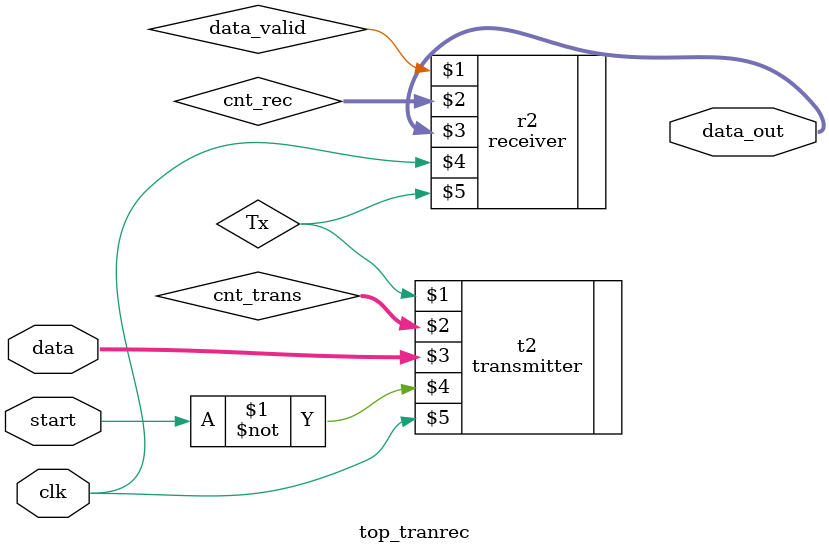
<source format=v>
`timescale 1ns / 1ps
module top_tranrec(
    output [7:0] data_out,
    input [7:0] data,
    input start,
    input clk
    );
	 
    wire Tx,data_valid;
	 wire [3:0] cnt_trans;
	 wire [3:0] cnt_rec;

	transmitter t2(Tx,cnt_trans,data,~start,clk);
   receiver r2(data_valid,cnt_rec,data_out,clk,Tx);

endmodule

</source>
